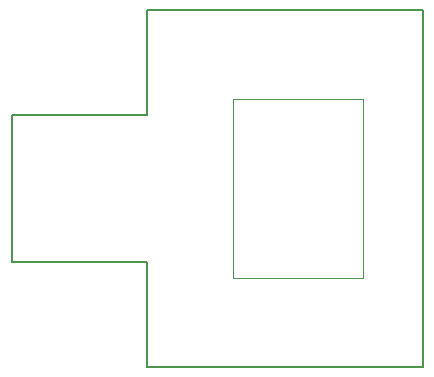
<source format=gm1>
G04 #@! TF.GenerationSoftware,KiCad,Pcbnew,7.0.9*
G04 #@! TF.CreationDate,2024-01-10T15:07:55+01:00*
G04 #@! TF.ProjectId,ESP32OrangeClock,45535033-324f-4726-916e-6765436c6f63,rev?*
G04 #@! TF.SameCoordinates,Original*
G04 #@! TF.FileFunction,Profile,NP*
%FSLAX46Y46*%
G04 Gerber Fmt 4.6, Leading zero omitted, Abs format (unit mm)*
G04 Created by KiCad (PCBNEW 7.0.9) date 2024-01-10 15:07:55*
%MOMM*%
%LPD*%
G01*
G04 APERTURE LIST*
G04 #@! TA.AperFunction,Profile*
%ADD10C,0.200000*%
G04 #@! TD*
G04 #@! TA.AperFunction,Profile*
%ADD11C,0.100000*%
G04 #@! TD*
G04 APERTURE END LIST*
D10*
X134847714Y-68834000D02*
X111479714Y-68834000D01*
X111479714Y-68834000D02*
X111479714Y-77724000D01*
X100049714Y-77724000D02*
X100049714Y-90170000D01*
X111479714Y-77724000D02*
X100049714Y-77724000D01*
X100049714Y-90170000D02*
X111479714Y-90170000D01*
X111479714Y-99060000D02*
X134847714Y-99060000D01*
D11*
X118820000Y-76350000D02*
X129780000Y-76350000D01*
X129780000Y-91540000D01*
X118820000Y-91540000D01*
X118820000Y-76350000D01*
D10*
X134847714Y-99060000D02*
X134847714Y-68834000D01*
X111479714Y-90170000D02*
X111479714Y-99060000D01*
M02*

</source>
